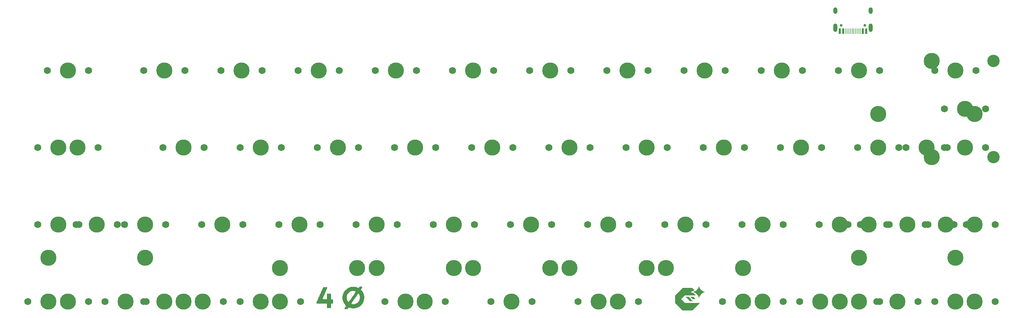
<source format=gbr>
%TF.GenerationSoftware,KiCad,Pcbnew,(7.0.0)*%
%TF.CreationDate,2024-06-01T16:49:59+02:00*%
%TF.ProjectId,forti rev 3,666f7274-6920-4726-9576-20332e6b6963,rev?*%
%TF.SameCoordinates,Original*%
%TF.FileFunction,Soldermask,Top*%
%TF.FilePolarity,Negative*%
%FSLAX46Y46*%
G04 Gerber Fmt 4.6, Leading zero omitted, Abs format (unit mm)*
G04 Created by KiCad (PCBNEW (7.0.0)) date 2024-06-01 16:49:59*
%MOMM*%
%LPD*%
G01*
G04 APERTURE LIST*
%ADD10C,3.987800*%
%ADD11C,3.048000*%
%ADD12C,0.650000*%
%ADD13R,0.600000X1.450000*%
%ADD14R,0.280000X1.450000*%
%ADD15O,1.000000X2.100000*%
%ADD16O,1.000000X1.600000*%
%ADD17C,1.750000*%
G04 APERTURE END LIST*
%TO.C,G\u002A\u002A\u002A*%
G36*
X104187845Y-94846614D02*
G01*
X104328315Y-94853130D01*
X104422225Y-94867202D01*
X104478670Y-94891459D01*
X104506749Y-94928530D01*
X104515558Y-94981044D01*
X104515816Y-94996461D01*
X104503295Y-95040654D01*
X104467448Y-95137938D01*
X104410851Y-95282010D01*
X104336082Y-95466567D01*
X104245716Y-95685306D01*
X104142329Y-95931924D01*
X104028498Y-96200119D01*
X103929184Y-96431685D01*
X103808202Y-96714466D01*
X103696704Y-96978946D01*
X103597117Y-97219090D01*
X103511869Y-97428865D01*
X103443389Y-97602235D01*
X103394103Y-97733166D01*
X103366440Y-97815623D01*
X103361520Y-97842657D01*
X103377366Y-97861483D01*
X103414204Y-97874456D01*
X103481297Y-97882283D01*
X103587906Y-97885673D01*
X103743295Y-97885333D01*
X103891456Y-97883161D01*
X104402423Y-97874235D01*
X104411211Y-97212567D01*
X104416314Y-96961965D01*
X104424162Y-96762114D01*
X104434509Y-96616904D01*
X104447111Y-96530230D01*
X104455676Y-96507911D01*
X104502018Y-96489786D01*
X104597505Y-96476160D01*
X104727520Y-96467070D01*
X104877449Y-96462554D01*
X105032675Y-96462651D01*
X105178584Y-96467398D01*
X105300560Y-96476833D01*
X105383987Y-96490994D01*
X105412947Y-96505421D01*
X105421633Y-96548875D01*
X105430720Y-96646743D01*
X105439585Y-96788656D01*
X105447602Y-96964239D01*
X105454149Y-97163122D01*
X105455357Y-97210077D01*
X105471556Y-97874235D01*
X105691457Y-97890434D01*
X105839608Y-97909135D01*
X105924669Y-97938693D01*
X105942046Y-97955230D01*
X105953816Y-98005023D01*
X105963498Y-98105296D01*
X105970124Y-98241743D01*
X105972725Y-98400060D01*
X105972732Y-98408801D01*
X105970372Y-98567879D01*
X105963935Y-98705848D01*
X105954391Y-98808400D01*
X105942707Y-98861232D01*
X105942046Y-98862373D01*
X105885134Y-98896696D01*
X105764880Y-98920228D01*
X105691457Y-98927169D01*
X105471556Y-98943368D01*
X105462581Y-99443271D01*
X105456735Y-99642828D01*
X105447400Y-99804648D01*
X105435271Y-99920259D01*
X105421041Y-99981191D01*
X105418117Y-99985937D01*
X105383061Y-100004604D01*
X105308974Y-100017463D01*
X105188197Y-100025193D01*
X105013075Y-100028475D01*
X104936990Y-100028699D01*
X104740894Y-100026822D01*
X104601842Y-100020737D01*
X104512176Y-100009763D01*
X104464241Y-99993220D01*
X104455862Y-99985937D01*
X104441308Y-99936514D01*
X104428720Y-99830780D01*
X104418793Y-99677205D01*
X104412221Y-99484260D01*
X104411398Y-99443271D01*
X104402423Y-98943368D01*
X103173415Y-98934873D01*
X102854895Y-98932418D01*
X102594938Y-98929689D01*
X102387308Y-98926389D01*
X102225772Y-98922217D01*
X102104096Y-98916877D01*
X102016045Y-98910068D01*
X101955386Y-98901492D01*
X101915884Y-98890851D01*
X101891305Y-98877845D01*
X101885596Y-98873155D01*
X101839775Y-98816611D01*
X101826785Y-98779720D01*
X101839197Y-98738199D01*
X101873641Y-98647775D01*
X101925931Y-98518802D01*
X101991883Y-98361631D01*
X102057261Y-98209677D01*
X102120390Y-98064369D01*
X102205123Y-97869053D01*
X102307357Y-97633202D01*
X102422991Y-97366286D01*
X102547920Y-97077778D01*
X102678042Y-96777149D01*
X102809255Y-96473870D01*
X102869172Y-96335332D01*
X102990469Y-96055639D01*
X103105275Y-95792434D01*
X103210765Y-95552084D01*
X103304117Y-95340953D01*
X103382506Y-95165407D01*
X103443108Y-95031812D01*
X103483100Y-94946532D01*
X103497989Y-94917921D01*
X103520111Y-94888829D01*
X103549564Y-94868718D01*
X103597545Y-94855936D01*
X103675250Y-94848829D01*
X103793876Y-94845745D01*
X103964617Y-94845031D01*
X103991716Y-94845026D01*
X104187845Y-94846614D01*
G37*
G36*
X108267886Y-97447092D02*
G01*
X109310714Y-97447092D01*
X109324252Y-97626423D01*
X109360496Y-97824206D01*
X109412888Y-98010764D01*
X109462022Y-98131982D01*
X109532476Y-98260081D01*
X109609213Y-98377295D01*
X109682460Y-98470691D01*
X109742446Y-98527336D01*
X109769059Y-98538331D01*
X109800809Y-98511649D01*
X109866689Y-98432971D01*
X109965161Y-98304396D01*
X110094688Y-98128021D01*
X110253732Y-97905945D01*
X110440754Y-97640268D01*
X110654216Y-97333089D01*
X110687922Y-97284285D01*
X110863327Y-97029736D01*
X111027495Y-96790749D01*
X111176734Y-96572754D01*
X111307347Y-96381184D01*
X111415640Y-96221470D01*
X111497920Y-96099044D01*
X111550490Y-96019336D01*
X111569527Y-95988190D01*
X111556216Y-95944893D01*
X111489564Y-95905562D01*
X111380983Y-95871853D01*
X111241888Y-95845422D01*
X111083692Y-95827926D01*
X110917807Y-95821021D01*
X110755648Y-95826362D01*
X110608628Y-95845605D01*
X110599522Y-95847449D01*
X110311497Y-95939194D01*
X110047734Y-96085378D01*
X109814533Y-96278183D01*
X109618190Y-96509792D01*
X109465005Y-96772388D01*
X109361275Y-97058153D01*
X109313299Y-97359270D01*
X109310714Y-97447092D01*
X108267886Y-97447092D01*
X108264577Y-97341173D01*
X108310964Y-96948895D01*
X108416082Y-96563239D01*
X108580001Y-96190010D01*
X108802786Y-95835013D01*
X108871499Y-95744982D01*
X109078139Y-95523784D01*
X109332448Y-95313634D01*
X109617302Y-95125390D01*
X109915574Y-94969908D01*
X110210138Y-94858047D01*
X110315051Y-94829818D01*
X110722460Y-94766616D01*
X111135673Y-94765376D01*
X111544377Y-94825377D01*
X111929726Y-94942565D01*
X112048819Y-94987408D01*
X112145855Y-95021214D01*
X112204187Y-95038268D01*
X112211446Y-95039265D01*
X112248994Y-95014071D01*
X112296256Y-94952328D01*
X112301675Y-94943399D01*
X112356182Y-94857271D01*
X112407992Y-94801007D01*
X112472370Y-94768275D01*
X112564584Y-94752742D01*
X112699898Y-94748075D01*
X112773130Y-94747832D01*
X112959404Y-94754167D01*
X113085416Y-94776941D01*
X113154025Y-94821805D01*
X113168088Y-94894414D01*
X113130465Y-95000420D01*
X113044013Y-95145474D01*
X113004081Y-95204581D01*
X112931088Y-95315500D01*
X112875175Y-95409910D01*
X112845008Y-95472772D01*
X112842092Y-95485683D01*
X112862299Y-95533059D01*
X112914746Y-95609308D01*
X112973405Y-95680819D01*
X113215691Y-96003043D01*
X113407077Y-96357621D01*
X113544374Y-96735279D01*
X113624389Y-97126739D01*
X113643930Y-97522725D01*
X113639341Y-97616333D01*
X113581099Y-98023580D01*
X113467058Y-98405025D01*
X113302189Y-98757350D01*
X113091464Y-99077235D01*
X112839854Y-99361359D01*
X112552330Y-99606404D01*
X112233865Y-99809050D01*
X111889429Y-99965977D01*
X111523995Y-100073866D01*
X111142533Y-100129396D01*
X110750015Y-100129249D01*
X110351413Y-100070105D01*
X110078322Y-99994126D01*
X109952565Y-99952688D01*
X109852065Y-99920403D01*
X109791148Y-99901831D01*
X109779848Y-99899108D01*
X109756597Y-99923833D01*
X109707696Y-99988934D01*
X109643327Y-100080802D01*
X109637452Y-100089434D01*
X109565745Y-100187281D01*
X109500729Y-100262688D01*
X109456190Y-100299705D01*
X109455406Y-100300021D01*
X109399677Y-100309438D01*
X109298336Y-100316526D01*
X109170559Y-100320082D01*
X109132190Y-100320281D01*
X108982027Y-100316584D01*
X108883831Y-100304174D01*
X108825124Y-100281075D01*
X108810860Y-100269370D01*
X108772427Y-100212619D01*
X108766318Y-100143573D01*
X108795351Y-100053071D01*
X108862340Y-99931951D01*
X108959276Y-99786519D01*
X109059827Y-99635055D01*
X109117465Y-99530170D01*
X109132891Y-99470524D01*
X109129365Y-99461214D01*
X109096169Y-99419740D01*
X109032378Y-99342679D01*
X108949408Y-99243774D01*
X108911293Y-99198678D01*
X108736299Y-98958294D01*
X110452942Y-98958294D01*
X110453003Y-98959567D01*
X110492006Y-99006899D01*
X110582524Y-99043550D01*
X110711979Y-99068359D01*
X110867792Y-99080164D01*
X111037385Y-99077805D01*
X111208181Y-99060120D01*
X111316372Y-99039273D01*
X111624868Y-98934704D01*
X111899716Y-98776557D01*
X112136197Y-98569234D01*
X112329590Y-98317135D01*
X112475178Y-98024663D01*
X112510024Y-97925995D01*
X112565801Y-97670013D01*
X112578287Y-97399083D01*
X112549845Y-97128494D01*
X112482834Y-96873539D01*
X112379616Y-96649509D01*
X112294131Y-96527602D01*
X112230781Y-96460577D01*
X112187317Y-96441304D01*
X112157771Y-96454979D01*
X112125545Y-96492957D01*
X112063897Y-96575145D01*
X111979673Y-96692060D01*
X111879722Y-96834220D01*
X111789158Y-96965418D01*
X111677811Y-97127678D01*
X111539172Y-97329137D01*
X111382911Y-97555773D01*
X111218702Y-97793567D01*
X111056214Y-98028500D01*
X110954884Y-98174788D01*
X110821689Y-98369064D01*
X110702066Y-98547627D01*
X110600697Y-98703153D01*
X110522264Y-98828321D01*
X110471452Y-98915809D01*
X110452942Y-98958294D01*
X108736299Y-98958294D01*
X108665020Y-98860380D01*
X108477145Y-98499675D01*
X108347735Y-98122368D01*
X108276857Y-97734266D01*
X108267886Y-97447092D01*
G37*
G36*
X195202230Y-97564745D02*
G01*
X195472967Y-97835514D01*
X195104817Y-97835514D01*
X194736667Y-97835514D01*
X194465929Y-97564745D01*
X194195192Y-97293977D01*
X194563342Y-97293977D01*
X194931493Y-97293977D01*
X195202230Y-97564745D01*
G37*
G36*
X194267611Y-97831959D02*
G01*
X194327193Y-97891565D01*
X194384926Y-97949363D01*
X194440453Y-98004996D01*
X194493419Y-98058104D01*
X194543469Y-98108331D01*
X194590245Y-98155318D01*
X194633394Y-98198706D01*
X194672558Y-98238138D01*
X194707382Y-98273256D01*
X194737511Y-98303702D01*
X194762588Y-98329117D01*
X194782259Y-98349144D01*
X194796167Y-98363423D01*
X194803956Y-98371598D01*
X194805578Y-98373496D01*
X194800948Y-98374061D01*
X194787544Y-98374598D01*
X194766092Y-98375100D01*
X194737316Y-98375561D01*
X194701943Y-98375973D01*
X194660700Y-98376328D01*
X194614311Y-98376621D01*
X194563504Y-98376843D01*
X194509003Y-98376989D01*
X194451535Y-98377050D01*
X194440982Y-98377051D01*
X194076387Y-98377051D01*
X193534865Y-97835514D01*
X192993343Y-97293977D01*
X193361494Y-97293977D01*
X193729644Y-97293977D01*
X194267611Y-97831959D01*
G37*
G36*
X194876642Y-95315275D02*
G01*
X194918781Y-95357468D01*
X194958879Y-95397714D01*
X194996441Y-95435510D01*
X195030972Y-95470354D01*
X195061979Y-95501744D01*
X195088965Y-95529177D01*
X195111436Y-95552151D01*
X195128897Y-95570164D01*
X195140853Y-95582712D01*
X195146810Y-95589293D01*
X195147396Y-95590184D01*
X195142989Y-95593608D01*
X195132453Y-95601607D01*
X195117263Y-95613065D01*
X195098897Y-95626863D01*
X195094628Y-95630064D01*
X194975644Y-95713404D01*
X194850468Y-95789794D01*
X194719710Y-95858914D01*
X194583985Y-95920442D01*
X194443904Y-95974059D01*
X194424722Y-95980664D01*
X194387972Y-95992715D01*
X194346451Y-96005599D01*
X194302675Y-96018592D01*
X194259159Y-96030971D01*
X194218419Y-96042011D01*
X194182970Y-96050988D01*
X194169034Y-96054248D01*
X194153968Y-96057884D01*
X194142742Y-96061025D01*
X194138859Y-96062473D01*
X194141772Y-96064356D01*
X194152456Y-96068029D01*
X194169450Y-96073050D01*
X194191290Y-96078976D01*
X194205364Y-96082593D01*
X194354009Y-96124230D01*
X194496309Y-96172670D01*
X194632832Y-96228200D01*
X194764147Y-96291104D01*
X194890822Y-96361670D01*
X195013424Y-96440183D01*
X195132522Y-96526928D01*
X195206980Y-96586742D01*
X195226617Y-96603742D01*
X195249806Y-96624879D01*
X195275744Y-96649330D01*
X195303632Y-96676271D01*
X195332667Y-96704878D01*
X195362048Y-96734329D01*
X195390973Y-96763800D01*
X195418642Y-96792468D01*
X195444252Y-96819510D01*
X195467002Y-96844102D01*
X195486091Y-96865420D01*
X195500717Y-96882643D01*
X195510080Y-96894945D01*
X195513376Y-96901503D01*
X195508688Y-96901746D01*
X195494872Y-96901983D01*
X195472299Y-96902214D01*
X195441343Y-96902439D01*
X195402375Y-96902655D01*
X195355769Y-96902864D01*
X195301896Y-96903063D01*
X195241128Y-96903252D01*
X195173839Y-96903430D01*
X195100400Y-96903597D01*
X195021183Y-96903751D01*
X194936562Y-96903892D01*
X194846908Y-96904019D01*
X194752594Y-96904131D01*
X194653992Y-96904228D01*
X194551474Y-96904308D01*
X194445413Y-96904371D01*
X194336181Y-96904416D01*
X194224151Y-96904443D01*
X194127459Y-96904450D01*
X192741542Y-96904450D01*
X192276028Y-97369982D01*
X191810515Y-97835514D01*
X192276028Y-98301046D01*
X192741542Y-98766578D01*
X194603675Y-98766578D01*
X196465808Y-98766578D01*
X195534753Y-99697642D01*
X194603698Y-100628706D01*
X193437483Y-100628706D01*
X192271269Y-100628706D01*
X191341397Y-99698825D01*
X190411525Y-98768944D01*
X190411525Y-97835505D01*
X190411525Y-96902065D01*
X191341406Y-95972193D01*
X192271287Y-95042321D01*
X193437503Y-95042321D01*
X194603720Y-95042321D01*
X194876642Y-95315275D01*
G37*
G36*
X196260300Y-94556148D02*
G01*
X196263193Y-94562542D01*
X196267291Y-94575856D01*
X196272987Y-94597064D01*
X196275762Y-94607822D01*
X196314731Y-94741028D01*
X196362407Y-94870567D01*
X196418632Y-94996129D01*
X196483249Y-95117405D01*
X196556102Y-95234086D01*
X196637034Y-95345863D01*
X196673411Y-95391291D01*
X196717938Y-95442655D01*
X196768685Y-95496632D01*
X196823576Y-95551209D01*
X196880533Y-95604377D01*
X196937479Y-95654122D01*
X196983603Y-95691650D01*
X197083202Y-95764183D01*
X197189456Y-95831275D01*
X197300883Y-95892201D01*
X197416000Y-95946233D01*
X197533328Y-95992644D01*
X197651382Y-96030708D01*
X197703455Y-96044695D01*
X197726415Y-96050516D01*
X197746402Y-96055660D01*
X197761406Y-96059605D01*
X197769419Y-96061828D01*
X197769782Y-96061943D01*
X197767942Y-96063836D01*
X197758243Y-96067542D01*
X197742052Y-96072620D01*
X197720739Y-96078629D01*
X197705652Y-96082604D01*
X197575005Y-96121007D01*
X197448259Y-96167903D01*
X197325748Y-96222981D01*
X197207809Y-96285928D01*
X197094775Y-96356432D01*
X196986982Y-96434180D01*
X196884764Y-96518860D01*
X196788457Y-96610160D01*
X196698394Y-96707768D01*
X196614911Y-96811371D01*
X196538343Y-96920657D01*
X196469025Y-97035314D01*
X196407291Y-97155029D01*
X196353476Y-97279491D01*
X196318239Y-97376585D01*
X196307915Y-97408543D01*
X196297192Y-97443512D01*
X196287125Y-97477938D01*
X196278770Y-97508270D01*
X196276325Y-97517734D01*
X196269937Y-97542941D01*
X196265395Y-97559938D01*
X196262229Y-97569727D01*
X196259967Y-97573312D01*
X196258137Y-97571695D01*
X196256268Y-97565879D01*
X196255344Y-97562370D01*
X196244168Y-97519722D01*
X196234773Y-97484562D01*
X196226662Y-97455155D01*
X196219337Y-97429766D01*
X196212300Y-97406661D01*
X196205053Y-97384105D01*
X196198749Y-97365231D01*
X196150984Y-97238763D01*
X196094792Y-97116336D01*
X196030520Y-96998338D01*
X195958511Y-96885158D01*
X195879110Y-96777184D01*
X195792661Y-96674804D01*
X195699511Y-96578408D01*
X195600002Y-96488384D01*
X195494480Y-96405119D01*
X195383290Y-96329004D01*
X195266776Y-96260425D01*
X195178478Y-96215307D01*
X195095626Y-96178036D01*
X195009289Y-96143770D01*
X194922369Y-96113551D01*
X194837766Y-96088420D01*
X194794877Y-96077525D01*
X194775893Y-96072655D01*
X194761409Y-96068245D01*
X194753194Y-96064878D01*
X194752124Y-96063449D01*
X194757831Y-96061206D01*
X194770944Y-96057221D01*
X194789642Y-96052015D01*
X194812104Y-96046110D01*
X194817453Y-96044748D01*
X194944384Y-96007754D01*
X195068666Y-95961866D01*
X195189773Y-95907448D01*
X195307180Y-95844866D01*
X195420361Y-95774485D01*
X195528789Y-95696671D01*
X195631939Y-95611790D01*
X195729286Y-95520206D01*
X195820303Y-95422285D01*
X195904466Y-95318393D01*
X195947109Y-95259605D01*
X196020811Y-95145823D01*
X196086295Y-95027735D01*
X196143694Y-94905040D01*
X196193141Y-94777435D01*
X196234772Y-94644619D01*
X196256551Y-94560214D01*
X196258217Y-94555697D01*
X196260300Y-94556148D01*
G37*
%TD*%
D10*
%TO.C,ISO1*%
X253682500Y-38893750D03*
X253682500Y-62706250D03*
D11*
X268922500Y-38893750D03*
X268922500Y-62706250D03*
%TD*%
D12*
%TO.C,J1*%
X237159115Y-30137500D03*
X231379115Y-30137500D03*
D13*
X237519114Y-31582499D03*
X236719114Y-31582499D03*
D14*
X235519114Y-31582499D03*
X234519114Y-31582499D03*
X234019114Y-31582499D03*
X233019114Y-31582499D03*
D13*
X231819114Y-31582499D03*
X231019114Y-31582499D03*
X231019114Y-31582499D03*
X231819114Y-31582499D03*
D14*
X232519114Y-31582499D03*
X233519114Y-31582499D03*
X235019114Y-31582499D03*
X236019114Y-31582499D03*
D13*
X236719114Y-31582499D03*
X237519114Y-31582499D03*
D15*
X238589114Y-30667499D03*
D16*
X238589114Y-26487499D03*
D15*
X229949114Y-30667499D03*
D16*
X229949114Y-26487499D03*
%TD*%
D17*
%TO.C,MX51*%
X225901250Y-98425000D03*
D10*
X230981250Y-98425000D03*
D17*
X236061250Y-98425000D03*
%TD*%
%TO.C,MX23*%
X235426250Y-60325000D03*
D10*
X240506250Y-60325000D03*
D17*
X245586250Y-60325000D03*
%TD*%
%TO.C,MX55*%
X254476250Y-98425000D03*
D10*
X259556250Y-98425000D03*
D17*
X264636250Y-98425000D03*
%TD*%
%TO.C,MX43*%
X68738750Y-98425000D03*
D10*
X73818750Y-98425000D03*
D17*
X78898750Y-98425000D03*
%TD*%
%TO.C,MXshift2.1*%
X42545000Y-79375000D03*
D10*
X47625000Y-79375000D03*
D17*
X52705000Y-79375000D03*
%TD*%
%TO.C,MX27*%
X73501250Y-79375000D03*
D10*
X78581250Y-79375000D03*
D17*
X83661250Y-79375000D03*
%TD*%
%TO.C,MX11*%
X230663750Y-41275000D03*
D10*
X235743750Y-41275000D03*
D17*
X240823750Y-41275000D03*
%TD*%
%TO.C,MX46*%
X83026250Y-98425000D03*
D10*
X88106250Y-98425000D03*
D17*
X93186250Y-98425000D03*
%TD*%
%TO.C,MXenter2.1*%
X247332500Y-60325000D03*
D10*
X252412500Y-60325000D03*
D17*
X257492500Y-60325000D03*
%TD*%
D10*
%TO.C,S2*%
X207168750Y-90170000D03*
X92868750Y-90170000D03*
%TD*%
D17*
%TO.C,MX49*%
X206851250Y-98425000D03*
D10*
X211931250Y-98425000D03*
D17*
X217011250Y-98425000D03*
%TD*%
%TO.C,MX31*%
X149701250Y-79375000D03*
D10*
X154781250Y-79375000D03*
D17*
X159861250Y-79375000D03*
%TD*%
%TO.C,MX16*%
X102076250Y-60325000D03*
D10*
X107156250Y-60325000D03*
D17*
X112236250Y-60325000D03*
%TD*%
%TO.C,MX38*%
X259238750Y-79375000D03*
D10*
X264318750Y-79375000D03*
D17*
X269398750Y-79375000D03*
%TD*%
%TO.C,MX35*%
X225901250Y-79375000D03*
D10*
X230981250Y-79375000D03*
D17*
X236061250Y-79375000D03*
%TD*%
%TO.C,MXsplit2.75(1)1*%
X166370000Y-98425000D03*
D10*
X171450000Y-98425000D03*
D17*
X176530000Y-98425000D03*
%TD*%
D10*
%TO.C,shift2.2*%
X35718750Y-87630000D03*
X59531250Y-87630000D03*
%TD*%
D17*
%TO.C,MX8*%
X173513750Y-41275000D03*
D10*
X178593750Y-41275000D03*
D17*
X183673750Y-41275000D03*
%TD*%
%TO.C,MX13*%
X37782500Y-60325000D03*
D10*
X42862500Y-60325000D03*
D17*
X47942500Y-60325000D03*
%TD*%
%TO.C,MX32*%
X168751250Y-79375000D03*
D10*
X173831250Y-79375000D03*
D17*
X178911250Y-79375000D03*
%TD*%
%TO.C,MXISO1*%
X256857500Y-50800000D03*
D10*
X261937500Y-50800000D03*
D17*
X267017500Y-50800000D03*
%TD*%
%TO.C,MX21*%
X197326250Y-60325000D03*
D10*
X202406250Y-60325000D03*
D17*
X207486250Y-60325000D03*
%TD*%
%TO.C,MXsplit2.1*%
X123507500Y-98425000D03*
D10*
X128587500Y-98425000D03*
D17*
X133667500Y-98425000D03*
%TD*%
%TO.C,MX4*%
X97313750Y-41275000D03*
D10*
X102393750Y-41275000D03*
D17*
X107473750Y-41275000D03*
%TD*%
%TO.C,MX45*%
X87788750Y-98425000D03*
D10*
X92868750Y-98425000D03*
D17*
X97948750Y-98425000D03*
%TD*%
%TO.C,MX30*%
X130651250Y-79375000D03*
D10*
X135731250Y-79375000D03*
D17*
X140811250Y-79375000D03*
%TD*%
%TO.C,MX1*%
X35401250Y-41275000D03*
D10*
X40481250Y-41275000D03*
D17*
X45561250Y-41275000D03*
%TD*%
%TO.C,MX34*%
X206851250Y-79375000D03*
D10*
X211931250Y-79375000D03*
D17*
X217011250Y-79375000D03*
%TD*%
%TO.C,MX25*%
X33020000Y-79375000D03*
D10*
X38100000Y-79375000D03*
D17*
X43180000Y-79375000D03*
%TD*%
D10*
%TO.C,enter2.1*%
X264318750Y-52070000D03*
X240506250Y-52070000D03*
%TD*%
D17*
%TO.C,MX29*%
X111601250Y-79375000D03*
D10*
X116681250Y-79375000D03*
D17*
X121761250Y-79375000D03*
%TD*%
%TO.C,MX53*%
X230663750Y-98425000D03*
D10*
X235743750Y-98425000D03*
D17*
X240823750Y-98425000D03*
%TD*%
%TO.C,MX22*%
X216376250Y-60325000D03*
D10*
X221456250Y-60325000D03*
D17*
X226536250Y-60325000D03*
%TD*%
%TO.C,MX17*%
X121126250Y-60325000D03*
D10*
X126206250Y-60325000D03*
D17*
X131286250Y-60325000D03*
%TD*%
%TO.C,MX47*%
X144938750Y-98425000D03*
D10*
X150018750Y-98425000D03*
D17*
X155098750Y-98425000D03*
%TD*%
D10*
%TO.C,S1*%
X135731250Y-90170000D03*
X111918750Y-90170000D03*
%TD*%
D17*
%TO.C,MX44*%
X63976250Y-98425000D03*
D10*
X69056250Y-98425000D03*
D17*
X74136250Y-98425000D03*
%TD*%
%TO.C,MX36*%
X233045000Y-79375000D03*
D10*
X238125000Y-79375000D03*
D17*
X243205000Y-79375000D03*
%TD*%
%TO.C,MX26*%
X54451250Y-79375000D03*
D10*
X59531250Y-79375000D03*
D17*
X64611250Y-79375000D03*
%TD*%
%TO.C,MX3*%
X78263750Y-41275000D03*
D10*
X83343750Y-41275000D03*
D17*
X88423750Y-41275000D03*
%TD*%
D10*
%TO.C,S4*%
X188118750Y-90170000D03*
X164306250Y-90170000D03*
%TD*%
D17*
%TO.C,MX37*%
X252095000Y-79375000D03*
D10*
X257175000Y-79375000D03*
D17*
X262255000Y-79375000D03*
%TD*%
%TO.C,MX24*%
X256857500Y-60325000D03*
D10*
X261937500Y-60325000D03*
D17*
X267017500Y-60325000D03*
%TD*%
D10*
%TO.C,S3*%
X183356250Y-90170000D03*
X159543750Y-90170000D03*
%TD*%
D17*
%TO.C,MX42*%
X59213750Y-98425000D03*
D10*
X64293750Y-98425000D03*
D17*
X69373750Y-98425000D03*
%TD*%
%TO.C,MX33*%
X187801250Y-79375000D03*
D10*
X192881250Y-79375000D03*
D17*
X197961250Y-79375000D03*
%TD*%
%TO.C,MX5*%
X116363750Y-41275000D03*
D10*
X121443750Y-41275000D03*
D17*
X126523750Y-41275000D03*
%TD*%
%TO.C,MX50*%
X221138750Y-98425000D03*
D10*
X226218750Y-98425000D03*
D17*
X231298750Y-98425000D03*
%TD*%
D10*
%TO.C,S5*%
X140493750Y-90170000D03*
X116681250Y-90170000D03*
%TD*%
D17*
%TO.C,MXsplit2.25(1)1*%
X118745000Y-98425000D03*
D10*
X123825000Y-98425000D03*
D17*
X128905000Y-98425000D03*
%TD*%
%TO.C,MX28*%
X92551250Y-79375000D03*
D10*
X97631250Y-79375000D03*
D17*
X102711250Y-79375000D03*
%TD*%
%TO.C,MX18*%
X140176250Y-60325000D03*
D10*
X145256250Y-60325000D03*
D17*
X150336250Y-60325000D03*
%TD*%
%TO.C,MXcaps1*%
X33020000Y-60325000D03*
D10*
X38100000Y-60325000D03*
D17*
X43180000Y-60325000D03*
%TD*%
%TO.C,MX40*%
X35401250Y-98425000D03*
D10*
X40481250Y-98425000D03*
D17*
X45561250Y-98425000D03*
%TD*%
%TO.C,MX15*%
X83026250Y-60325000D03*
D10*
X88106250Y-60325000D03*
D17*
X93186250Y-60325000D03*
%TD*%
%TO.C,MX54*%
X259238750Y-98425000D03*
D10*
X264318750Y-98425000D03*
D17*
X269398750Y-98425000D03*
%TD*%
%TO.C,MX39*%
X30638750Y-98425000D03*
D10*
X35718750Y-98425000D03*
D17*
X40798750Y-98425000D03*
%TD*%
D10*
%TO.C,shift2.1*%
X235743750Y-87630000D03*
X259556250Y-87630000D03*
%TD*%
D17*
%TO.C,MX10*%
X211613750Y-41275000D03*
D10*
X216693750Y-41275000D03*
D17*
X221773750Y-41275000D03*
%TD*%
%TO.C,MX9*%
X192563750Y-41275000D03*
D10*
X197643750Y-41275000D03*
D17*
X202723750Y-41275000D03*
%TD*%
%TO.C,MX52*%
X240188750Y-98425000D03*
D10*
X245268750Y-98425000D03*
D17*
X250348750Y-98425000D03*
%TD*%
%TO.C,MX20*%
X178276250Y-60325000D03*
D10*
X183356250Y-60325000D03*
D17*
X188436250Y-60325000D03*
%TD*%
%TO.C,MX6*%
X135413750Y-41275000D03*
D10*
X140493750Y-41275000D03*
D17*
X145573750Y-41275000D03*
%TD*%
%TO.C,MXshift2.2*%
X242570000Y-79375000D03*
D10*
X247650000Y-79375000D03*
D17*
X252730000Y-79375000D03*
%TD*%
%TO.C,MX12*%
X254476250Y-41275000D03*
D10*
X259556250Y-41275000D03*
D17*
X264636250Y-41275000D03*
%TD*%
%TO.C,MX19*%
X159226250Y-60325000D03*
D10*
X164306250Y-60325000D03*
D17*
X169386250Y-60325000D03*
%TD*%
%TO.C,MXsplit2.2*%
X171132500Y-98425000D03*
D10*
X176212500Y-98425000D03*
D17*
X181292500Y-98425000D03*
%TD*%
%TO.C,MX7*%
X154463750Y-41275000D03*
D10*
X159543750Y-41275000D03*
D17*
X164623750Y-41275000D03*
%TD*%
%TO.C,MX14*%
X63976250Y-60325000D03*
D10*
X69056250Y-60325000D03*
D17*
X74136250Y-60325000D03*
%TD*%
%TO.C,MX48*%
X202088750Y-98425000D03*
D10*
X207168750Y-98425000D03*
D17*
X212248750Y-98425000D03*
%TD*%
%TO.C,MX41*%
X49688750Y-98425000D03*
D10*
X54768750Y-98425000D03*
D17*
X59848750Y-98425000D03*
%TD*%
%TO.C,MX2*%
X59213750Y-41275000D03*
D10*
X64293750Y-41275000D03*
D17*
X69373750Y-41275000D03*
%TD*%
M02*

</source>
